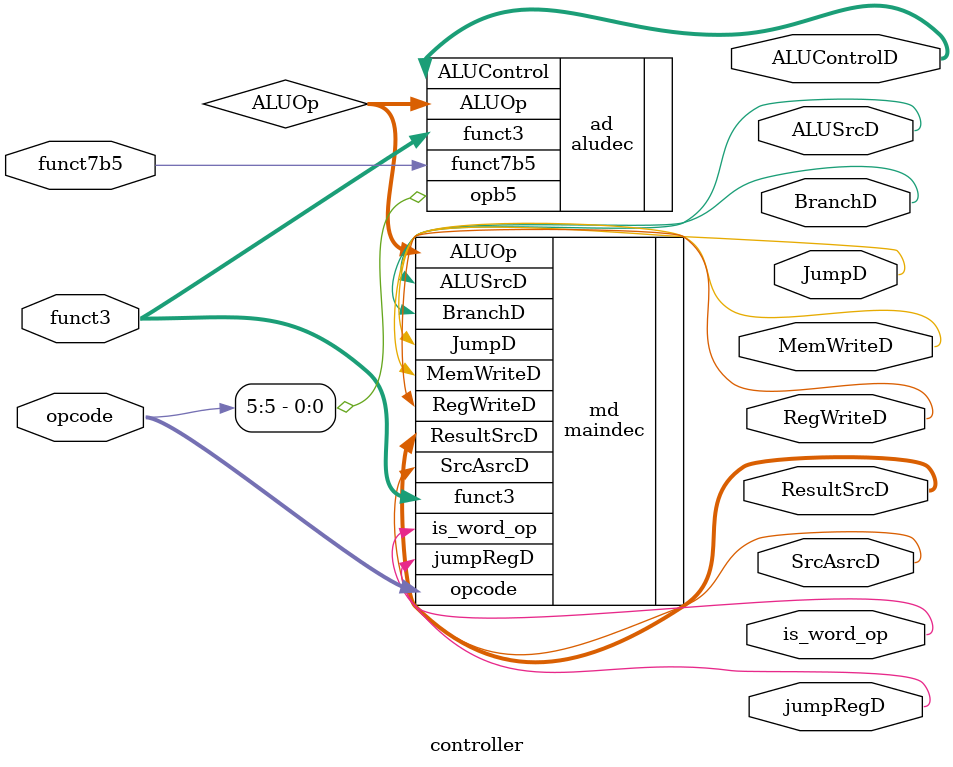
<source format=sv>
`timescale 1ns/1ps

module controller (
    
    input logic  [6:0] opcode,
    input logic  [2:0] funct3,
    input logic        funct7b5,

    output logic       RegWriteD,
    output logic [1:0] ResultSrcD,
    output logic       MemWriteD,
    output logic       JumpD,
    output logic       BranchD,
    output logic [3:0] ALUControlD,
    output logic       ALUSrcD,
    output logic       SrcAsrcD,
    output logic       jumpRegD,
    output logic       is_word_op
                   
    );

    logic [1:0] ALUOp;

    (* dont_touch = "true" *) maindec md(

        .opcode     (opcode),
        .funct3     (funct3),
        
        .ResultSrcD (ResultSrcD),
        .MemWriteD  (MemWriteD),
        .BranchD    (BranchD),
        .ALUSrcD    (ALUSrcD),
        .RegWriteD  (RegWriteD),
        .JumpD      (JumpD),
        .ALUOp      (ALUOp),
        .SrcAsrcD   (SrcAsrcD),
        .jumpRegD   (jumpRegD),
        .is_word_op (is_word_op)

    );

    (* dont_touch = "true" *) aludec ad(

        .opb5       (opcode[5]),
        .funct3     (funct3),
        .funct7b5   (funct7b5),
        .ALUOp      (ALUOp),
        .ALUControl (ALUControlD)

    );
    
endmodule
</source>
